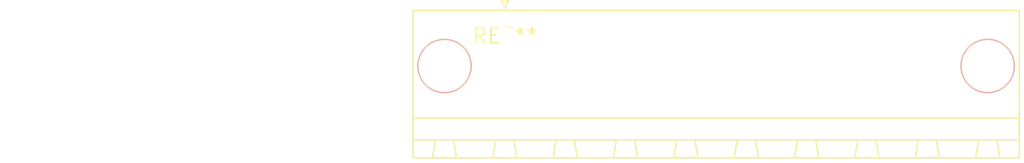
<source format=kicad_pcb>
(kicad_pcb (version 20240108) (generator pcbnew)
  (layers (0 "F.Cu" signal) (31 "B.Cu" signal) (34 "B.Paste" user) (35 "F.Paste" user) (36 "B.SilkS" user "B.Silkscreen") (37 "F.SilkS" user "F.Silkscreen") (38 "B.Mask" user) (39 "F.Mask" user) (44 "Edge.Cuts" user))
  (net 0 "")
  (footprint "PhoenixContact_MSTB_2,5_8-GF_1x08_P5.00mm_Horizontal_ThreadedFlange_MountHole" (layer "F.Cu") (at 0 0)
    (property "Reference" "REF**")
    (property "Value" "PhoenixContact_MSTB_2,5_8-GF_1x08_P5.00mm_Horizontal_ThreadedFlange_MountHole")
    (fp_circle (center -5 2.5) (end -2.79 2.5) (layer "B.SilkS") (stroke (width 0.12)) (fill none))
    (fp_circle (center 40 2.5) (end 42.21 2.5) (layer "B.SilkS") (stroke (width 0.12)) (fill none))
    (fp_line (start -7.61 -2.11) (end -7.61 10.11) (layer "F.SilkS") (stroke (width 0.12)))
    (fp_line (start -7.61 6.81) (end 42.61 6.81) (layer "F.SilkS") (stroke (width 0.12)))
    (fp_line (start -7.61 8.61) (end -7.61 6.81) (layer "F.SilkS") (stroke (width 0.12)))
    (fp_line (start -7.61 10.11) (end 42.61 10.11) (layer "F.SilkS") (stroke (width 0.12)))
    (fp_line (start -6 10.11) (end -4 10.11) (layer "F.SilkS") (stroke (width 0.12)))
    (fp_line (start -5.75 8.61) (end -6 10.11) (layer "F.SilkS") (stroke (width 0.12)))
    (fp_line (start -4.25 8.61) (end -5.75 8.61) (layer "F.SilkS") (stroke (width 0.12)))
    (fp_line (start -4 10.11) (end -4.25 8.61) (layer "F.SilkS") (stroke (width 0.12)))
    (fp_line (start -1 10.11) (end 1 10.11) (layer "F.SilkS") (stroke (width 0.12)))
    (fp_line (start -0.75 8.61) (end -1 10.11) (layer "F.SilkS") (stroke (width 0.12)))
    (fp_line (start -0.3 -2.91) (end 0.3 -2.91) (layer "F.SilkS") (stroke (width 0.12)))
    (fp_line (start 0 -2.31) (end -0.3 -2.91) (layer "F.SilkS") (stroke (width 0.12)))
    (fp_line (start 0.3 -2.91) (end 0 -2.31) (layer "F.SilkS") (stroke (width 0.12)))
    (fp_line (start 0.75 8.61) (end -0.75 8.61) (layer "F.SilkS") (stroke (width 0.12)))
    (fp_line (start 1 10.11) (end 0.75 8.61) (layer "F.SilkS") (stroke (width 0.12)))
    (fp_line (start 4 10.11) (end 6 10.11) (layer "F.SilkS") (stroke (width 0.12)))
    (fp_line (start 4.25 8.61) (end 4 10.11) (layer "F.SilkS") (stroke (width 0.12)))
    (fp_line (start 5.75 8.61) (end 4.25 8.61) (layer "F.SilkS") (stroke (width 0.12)))
    (fp_line (start 6 10.11) (end 5.75 8.61) (layer "F.SilkS") (stroke (width 0.12)))
    (fp_line (start 9 10.11) (end 11 10.11) (layer "F.SilkS") (stroke (width 0.12)))
    (fp_line (start 9.25 8.61) (end 9 10.11) (layer "F.SilkS") (stroke (width 0.12)))
    (fp_line (start 10.75 8.61) (end 9.25 8.61) (layer "F.SilkS") (stroke (width 0.12)))
    (fp_line (start 11 10.11) (end 10.75 8.61) (layer "F.SilkS") (stroke (width 0.12)))
    (fp_line (start 14 10.11) (end 16 10.11) (layer "F.SilkS") (stroke (width 0.12)))
    (fp_line (start 14.25 8.61) (end 14 10.11) (layer "F.SilkS") (stroke (width 0.12)))
    (fp_line (start 15.75 8.61) (end 14.25 8.61) (layer "F.SilkS") (stroke (width 0.12)))
    (fp_line (start 16 10.11) (end 15.75 8.61) (layer "F.SilkS") (stroke (width 0.12)))
    (fp_line (start 19 10.11) (end 21 10.11) (layer "F.SilkS") (stroke (width 0.12)))
    (fp_line (start 19.25 8.61) (end 19 10.11) (layer "F.SilkS") (stroke (width 0.12)))
    (fp_line (start 20.75 8.61) (end 19.25 8.61) (layer "F.SilkS") (stroke (width 0.12)))
    (fp_line (start 21 10.11) (end 20.75 8.61) (layer "F.SilkS") (stroke (width 0.12)))
    (fp_line (start 24 10.11) (end 26 10.11) (layer "F.SilkS") (stroke (width 0.12)))
    (fp_line (start 24.25 8.61) (end 24 10.11) (layer "F.SilkS") (stroke (width 0.12)))
    (fp_line (start 25.75 8.61) (end 24.25 8.61) (layer "F.SilkS") (stroke (width 0.12)))
    (fp_line (start 26 10.11) (end 25.75 8.61) (layer "F.SilkS") (stroke (width 0.12)))
    (fp_line (start 29 10.11) (end 31 10.11) (layer "F.SilkS") (stroke (width 0.12)))
    (fp_line (start 29.25 8.61) (end 29 10.11) (layer "F.SilkS") (stroke (width 0.12)))
    (fp_line (start 30.75 8.61) (end 29.25 8.61) (layer "F.SilkS") (stroke (width 0.12)))
    (fp_line (start 31 10.11) (end 30.75 8.61) (layer "F.SilkS") (stroke (width 0.12)))
    (fp_line (start 34 10.11) (end 36 10.11) (layer "F.SilkS") (stroke (width 0.12)))
    (fp_line (start 34.25 8.61) (end 34 10.11) (layer "F.SilkS") (stroke (width 0.12)))
    (fp_line (start 35.75 8.61) (end 34.25 8.61) (layer "F.SilkS") (stroke (width 0.12)))
    (fp_line (start 36 10.11) (end 35.75 8.61) (layer "F.SilkS") (stroke (width 0.12)))
    (fp_line (start 39 10.11) (end 41 10.11) (layer "F.SilkS") (stroke (width 0.12)))
    (fp_line (start 39.25 8.61) (end 39 10.11) (layer "F.SilkS") (stroke (width 0.12)))
    (fp_line (start 40.75 8.61) (end 39.25 8.61) (layer "F.SilkS") (stroke (width 0.12)))
    (fp_line (start 41 10.11) (end 40.75 8.61) (layer "F.SilkS") (stroke (width 0.12)))
    (fp_line (start 42.61 -2.11) (end -7.61 -2.11) (layer "F.SilkS") (stroke (width 0.12)))
    (fp_line (start 42.61 6.81) (end 42.61 8.61) (layer "F.SilkS") (stroke (width 0.12)))
    (fp_line (start 42.61 8.61) (end -7.61 8.61) (layer "F.SilkS") (stroke (width 0.12)))
    (fp_line (start 42.61 10.11) (end 42.61 -2.11) (layer "F.SilkS") (stroke (width 0.12)))
    (pad "" np_thru_hole circle (at -5 2.5) (size 2.4 2.4) (drill 2.4) (layers *.Cu *.Mask))
    (pad "" np_thru_hole circle (at 40 2.5) (size 2.4 2.4) (drill 2.4) (layers *.Cu *.Mask))
    (pad "1" thru_hole roundrect (at 0 0) (size 2 3.6) (drill 1.4) (layers *.Cu *.Mask) (remove_unused_layers) (roundrect_rratio 0.125))
    (pad "2" thru_hole oval (at 5 0) (size 2 3.6) (drill 1.4) (layers *.Cu *.Mask) (remove_unused_layers))
    (pad "3" thru_hole oval (at 10 0) (size 2 3.6) (drill 1.4) (layers *.Cu *.Mask) (remove_unused_layers))
    (pad "4" thru_hole oval (at 15 0) (size 2 3.6) (drill 1.4) (layers *.Cu *.Mask) (remove_unused_layers))
    (pad "5" thru_hole oval (at 20 0) (size 2 3.6) (drill 1.4) (layers *.Cu *.Mask) (remove_unused_layers))
    (pad "6" thru_hole oval (at 25 0) (size 2 3.6) (drill 1.4) (layers *.Cu *.Mask) (remove_unused_layers))
    (pad "7" thru_hole oval (at 30 0) (size 2 3.6) (drill 1.4) (layers *.Cu *.Mask) (remove_unused_layers))
    (pad "8" thru_hole oval (at 35 0) (size 2 3.6) (drill 1.4) (layers *.Cu *.Mask) (remove_unused_layers))
  )
)
</source>
